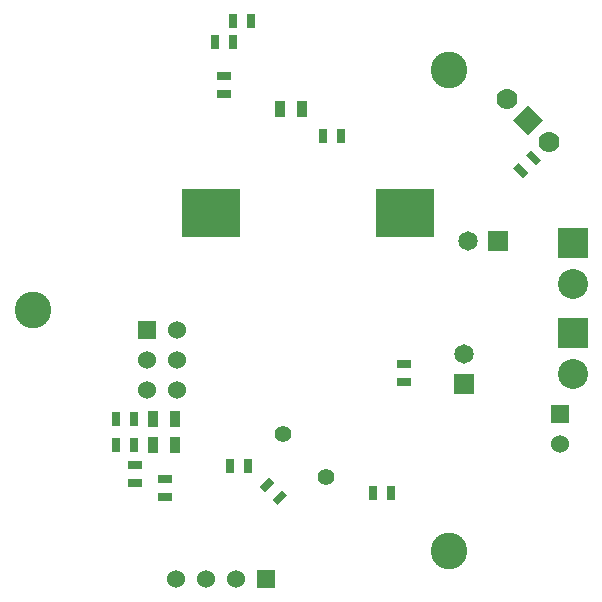
<source format=gbs>
G04 (created by PCBNEW (2013-mar-13)-testing) date Mon 02 Sep 2013 08:45:34 PM CEST*
%MOIN*%
G04 Gerber Fmt 3.4, Leading zero omitted, Abs format*
%FSLAX34Y34*%
G01*
G70*
G90*
G04 APERTURE LIST*
%ADD10C,0.005906*%
%ADD11R,0.065000X0.065000*%
%ADD12C,0.065000*%
%ADD13R,0.060000X0.060000*%
%ADD14C,0.060000*%
%ADD15R,0.196850X0.160000*%
%ADD16C,0.078740*%
%ADD17R,0.025000X0.045000*%
%ADD18R,0.035000X0.055000*%
%ADD19C,0.122047*%
%ADD20R,0.045000X0.025000*%
%ADD21C,0.056000*%
%ADD22C,0.070000*%
%ADD23R,0.100000X0.100000*%
%ADD24C,0.100000*%
G04 APERTURE END LIST*
G54D10*
G54D11*
X57400Y-32200D03*
G54D12*
X57400Y-31200D03*
G54D11*
X58550Y-27450D03*
G54D12*
X57550Y-27450D03*
G54D13*
X46840Y-30420D03*
G54D14*
X47840Y-30420D03*
X46840Y-31420D03*
X47840Y-31420D03*
X46840Y-32420D03*
X47840Y-32420D03*
G54D15*
X55450Y-26500D03*
G54D16*
X55450Y-26500D03*
G54D15*
X48975Y-26500D03*
G54D16*
X48975Y-26500D03*
G54D17*
X49100Y-20800D03*
X49700Y-20800D03*
G54D18*
X47795Y-34260D03*
X47045Y-34260D03*
X47795Y-33380D03*
X47045Y-33380D03*
G54D19*
X43036Y-29755D03*
G54D10*
G36*
X59661Y-24420D02*
X59979Y-24738D01*
X59802Y-24915D01*
X59484Y-24597D01*
X59661Y-24420D01*
X59661Y-24420D01*
G37*
G36*
X59237Y-24844D02*
X59555Y-25162D01*
X59378Y-25339D01*
X59060Y-25021D01*
X59237Y-24844D01*
X59237Y-24844D01*
G37*
G54D17*
X52700Y-23950D03*
X53300Y-23950D03*
G54D20*
X49400Y-21950D03*
X49400Y-22550D03*
X55400Y-32150D03*
X55400Y-31550D03*
G54D21*
X52807Y-35307D03*
X51392Y-33892D03*
G54D13*
X60600Y-33200D03*
G54D14*
X60600Y-34200D03*
G54D20*
X46440Y-34920D03*
X46440Y-35520D03*
G54D19*
X56914Y-37766D03*
X56914Y-21739D03*
G54D18*
X51275Y-23040D03*
X52025Y-23040D03*
G54D17*
X49700Y-20100D03*
X50300Y-20100D03*
G54D22*
X60257Y-24132D03*
G54D10*
G36*
X59550Y-23919D02*
X59055Y-23425D01*
X59550Y-22930D01*
X60044Y-23425D01*
X59550Y-23919D01*
X59550Y-23919D01*
G37*
G54D22*
X58842Y-22717D03*
G54D17*
X46420Y-33380D03*
X45820Y-33380D03*
X46400Y-34260D03*
X45800Y-34260D03*
G54D23*
X61050Y-27511D03*
G54D24*
X61050Y-28889D03*
G54D23*
X61050Y-30511D03*
G54D24*
X61050Y-31889D03*
G54D17*
X50215Y-34940D03*
X49615Y-34940D03*
G54D10*
G36*
X50610Y-35638D02*
X50928Y-35320D01*
X51105Y-35497D01*
X50787Y-35815D01*
X50610Y-35638D01*
X50610Y-35638D01*
G37*
G36*
X51034Y-36062D02*
X51352Y-35744D01*
X51529Y-35921D01*
X51211Y-36239D01*
X51034Y-36062D01*
X51034Y-36062D01*
G37*
G54D20*
X47460Y-35370D03*
X47460Y-35970D03*
G54D17*
X54365Y-35835D03*
X54965Y-35835D03*
G54D13*
X50800Y-38700D03*
G54D14*
X49800Y-38700D03*
X48800Y-38700D03*
X47800Y-38700D03*
M02*

</source>
